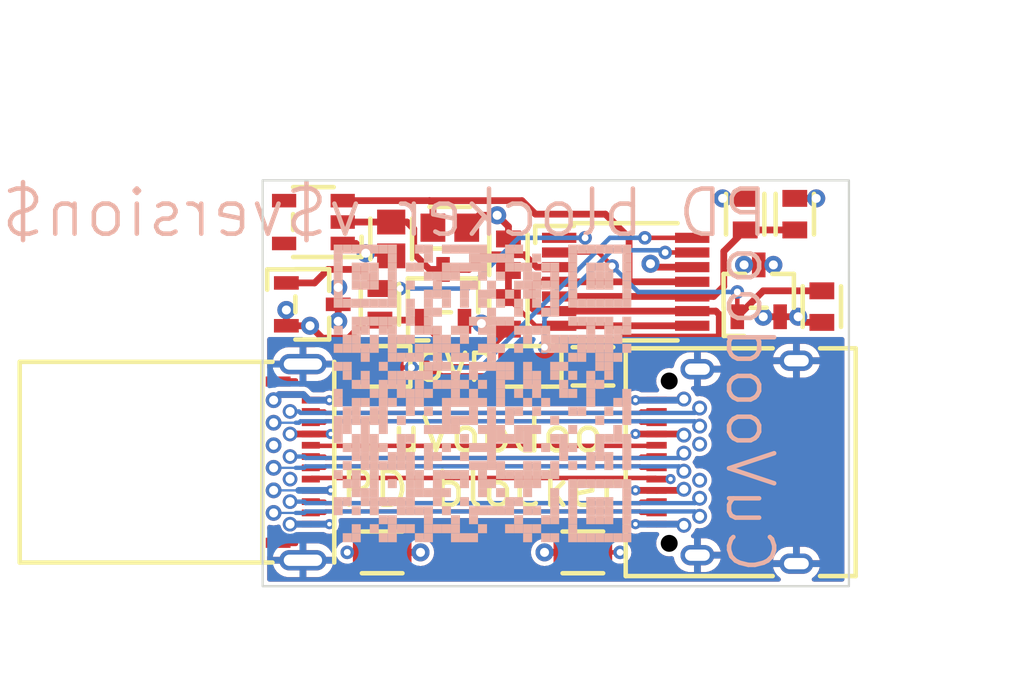
<source format=kicad_pcb>
(kicad_pcb (version 20211014) (generator pcbnew)

  (general
    (thickness 0.96184)
  )

  (paper "A5")
  (title_block
    (title "USB-C Power Delivery blocker")
    (date "$date$")
    (rev "$version$.$revision$")
    (company "CuVoodoo")
    (comment 1 "King Kévin")
    (comment 2 "CERN-OHL-S")
  )

  (layers
    (0 "F.Cu" signal)
    (1 "In1.Cu" signal)
    (2 "In2.Cu" signal)
    (31 "B.Cu" signal)
    (34 "B.Paste" user)
    (35 "F.Paste" user)
    (36 "B.SilkS" user "B.Silkscreen")
    (37 "F.SilkS" user "F.Silkscreen")
    (38 "B.Mask" user)
    (39 "F.Mask" user)
    (40 "Dwgs.User" user "User.Drawings")
    (41 "Cmts.User" user "User.Comments")
    (44 "Edge.Cuts" user)
    (45 "Margin" user)
    (46 "B.CrtYd" user "B.Courtyard")
    (47 "F.CrtYd" user "F.Courtyard")
    (48 "B.Fab" user)
    (49 "F.Fab" user)
  )

  (setup
    (stackup
      (layer "F.SilkS" (type "Top Silk Screen"))
      (layer "F.Paste" (type "Top Solder Paste"))
      (layer "F.Mask" (type "Top Solder Mask") (thickness 0.02032))
      (layer "F.Cu" (type "copper") (thickness 0.035))
      (layer "dielectric 1" (type "core") (thickness 0.2104) (material "FR4") (epsilon_r 4.6) (loss_tangent 0.02))
      (layer "In1.Cu" (type "copper") (thickness 0.0152))
      (layer "dielectric 2" (type "prepreg") (thickness 0.4) (material "FR4") (epsilon_r 4.6) (loss_tangent 0.02))
      (layer "In2.Cu" (type "copper") (thickness 0.0152))
      (layer "dielectric 3" (type "core") (thickness 0.2104) (material "FR4") (epsilon_r 4.6) (loss_tangent 0.02))
      (layer "B.Cu" (type "copper") (thickness 0.035))
      (layer "B.Mask" (type "Bottom Solder Mask") (thickness 0.02032))
      (layer "B.Paste" (type "Bottom Solder Paste"))
      (layer "B.SilkS" (type "Bottom Silk Screen"))
      (copper_finish "None")
      (dielectric_constraints yes)
    )
    (pad_to_mask_clearance 0)
    (grid_origin 81.3 57)
    (pcbplotparams
      (layerselection 0x00010fc_ffffffff)
      (disableapertmacros false)
      (usegerberextensions false)
      (usegerberattributes true)
      (usegerberadvancedattributes true)
      (creategerberjobfile true)
      (svguseinch false)
      (svgprecision 6)
      (excludeedgelayer true)
      (plotframeref false)
      (viasonmask false)
      (mode 1)
      (useauxorigin false)
      (hpglpennumber 1)
      (hpglpenspeed 20)
      (hpglpendiameter 15.000000)
      (dxfpolygonmode true)
      (dxfimperialunits true)
      (dxfusepcbnewfont true)
      (psnegative false)
      (psa4output false)
      (plotreference true)
      (plotvalue true)
      (plotinvisibletext false)
      (sketchpadsonfab false)
      (subtractmaskfromsilk false)
      (outputformat 1)
      (mirror false)
      (drillshape 1)
      (scaleselection 1)
      (outputdirectory "")
    )
  )

  (net 0 "")
  (net 1 "/CC1")
  (net 2 "GND")
  (net 3 "/CC2")
  (net 4 "VCC")
  (net 5 "/VREF")
  (net 6 "/VBUS1")
  (net 7 "/VBUS2")
  (net 8 "Net-(D2-Pad1)")
  (net 9 "Net-(D2-Pad2)")
  (net 10 "Net-(D3-Pad1)")
  (net 11 "/TX1+")
  (net 12 "/TX1-")
  (net 13 "/DA+")
  (net 14 "/DA-")
  (net 15 "/SBU1")
  (net 16 "/RX2-")
  (net 17 "/RX2+")
  (net 18 "/TX2+")
  (net 19 "/TX2-")
  (net 20 "/DB+")
  (net 21 "/DB-")
  (net 22 "/SBU2")
  (net 23 "/RX1-")
  (net 24 "/RX1+")
  (net 25 "GNDPWR")
  (net 26 "Net-(Q1-Pad1)")
  (net 27 "/VBUS")
  (net 28 "Net-(Q2-Pad1)")
  (net 29 "/VOVER1")
  (net 30 "/VOVER2")

  (footprint "qeda:SOP65P640X120-14N" (layer "F.Cu") (at 97.4 61.5))

  (footprint "qeda:UC1608X55N" (layer "F.Cu") (at 86.5 62.5))

  (footprint "qeda:LEDC1608X90N" (layer "F.Cu") (at 93 65.25 -90))

  (footprint "qeda:UC1608X55N" (layer "F.Cu") (at 106.1 62.6))

  (footprint "qeda:CONNECTOR_XKB_U261-24XN-4BC2LS" (layer "F.Cu") (at 77.5 69.5 -90))

  (footprint "qeda:LEDC1608X90N" (layer "F.Cu") (at 86.3 65.25 -90))

  (footprint "kikit:Tab" (layer "F.Cu") (at 91.1 56.7 -90))

  (footprint "qeda:CAPC1608X92N" (layer "F.Cu") (at 86.6 73.5 -90))

  (footprint "kikit:Tab" (layer "F.Cu") (at 91.1 75.4 90))

  (footprint "qeda:UC1608X55N" (layer "F.Cu") (at 104.9 58.5 180))

  (footprint "qeda:CONNECTOR_XKB_U262-24XN-4BV60" (layer "F.Cu") (at 102.5 69.5 90))

  (footprint "qeda:SOT95P237X112-3N" (layer "F.Cu") (at 89.3 62.1 90))

  (footprint "qeda:CAPC1608X92N" (layer "F.Cu") (at 89.6 59.1 -90))

  (footprint "qeda:UC1608X55N" (layer "F.Cu") (at 102.7 58.5))

  (footprint "qeda:UC1608X55N" (layer "F.Cu") (at 95.95 65.25 90))

  (footprint "qeda:UC1608X55N" (layer "F.Cu") (at 92.2 60.3))

  (footprint "qeda:SOT95P237X112-3N" (layer "F.Cu") (at 103.3 61.9 90))

  (footprint "qeda:CAPC1608X92N" (layer "F.Cu") (at 87 59.6))

  (footprint "qeda:CAPC1608X92N" (layer "F.Cu") (at 95.5 73.5 -90))

  (footprint "qeda:SOT95P237X112-3N" (layer "F.Cu") (at 83.5 62.5))

  (footprint "qeda:SOT95P280X145-5N" (layer "F.Cu") (at 83.55 58.85 180))

  (footprint "qeda:UC1608X55N" (layer "F.Cu") (at 92.2 62.9))

  (footprint "custom:qr" (layer "B.Cu") (at 91.05 66.45 180))

  (gr_rect (start 81.3 75) (end 107.3 57) (layer "Edge.Cuts") (width 0.1) (fill none) (tstamp b6b14f1e-5f20-4d8e-a54d-bab67c880c72))
  (gr_text "CuVoodoo" (at 102.9 67.15 270) (layer "B.SilkS") (tstamp 4e64fbc3-5cb2-48d0-b074-79cc01bff880)
    (effects (font (size 2 2) (thickness 0.2)) (justify mirror))
  )
  (gr_text "PD blocker v$version$" (at 103.85 58.45) (layer "B.SilkS") (tstamp f8eec7fc-e87b-4518-a2d3-dc36cb46ed65)
    (effects (font (size 2 2) (thickness 0.2)) (justify left mirror))
  )
  (gr_text "OVP" (at 89.85 65.3) (layer "F.SilkS") (tstamp 120a67f1-4fcf-4887-b2a0-b7b1abe273bd)
    (effects (font (size 1.2 1.2) (thickness 0.2)))
  )
  (gr_text "CuVoodoo\nPD blocker" (at 90.95 69.5) (layer "F.SilkS") (tstamp 9517687d-1a17-4aa5-b6ff-e92bc00f5b48)
    (effects (font (size 1.5 1.5) (thickness 0.2)))
  )
  (dimension (type aligned) (layer "Dwgs.User") (tstamp 71f740e2-d0da-478a-b3b5-66524c65b80d)
    (pts (xy 107.3 57) (xy 107.3 75))
    (height -4)
    (gr_text "18.0000 mm" (at 110.15 66 90) (layer "Dwgs.User") (tstamp 71f740e2-d0da-478a-b3b5-66524c65b80d)
      (effects (font (size 1 1) (thickness 0.15)))
    )
    (format (units 3) (units_format 1) (precision 4))
    (style (thickness 0.15) (arrow_length 1.27) (text_position_mode 0) (extension_height 0.58642) (extension_offset 0.5) keep_text_aligned)
  )
  (dimension (type aligned) (layer "Dwgs.User") (tstamp e39e8128-837c-4181-8bfd-9a0188807dee)
    (pts (xy 81.3 57) (xy 107.3 57))
    (height -6)
    (gr_text "26.0000 mm" (at 94.3 49.85) (layer "Dwgs.User") (tstamp e39e8128-837c-4181-8bfd-9a0188807dee)
      (effects (font (size 1 1) (thickness 0.15)))
    )
    (format (units 3) (units_format 1) (precision 4))
    (style (thickness 0.15) (arrow_length 1.27) (text_position_mode 0) (extension_height 0.58642) (extension_offset 0.5) keep_text_aligned)
  )

  (segment (start 97.15 73.5) (end 96.25 73.5) (width 0.2) (layer "F.Cu") (net 1) (tstamp 2091e024-79ca-4b2f-a7a7-61604bc37964))
  (segment (start 83.485 70.2) (end 98.72 70.2) (width 0.2) (layer "F.Cu") (net 1) (tstamp 2e486214-47f9-44d6-8d7b-7cf8677c45c8))
  (segment (start 83.435 70.25) (end 83.485 70.2) (width 0.2) (layer "F.Cu") (net 1) (tstamp b2fd4d1b-5ccd-4821-b518-a425fa85b81a))
  (segment (start 98.77 70.25) (end 99.388785 70.25) (width 0.2) (layer "F.Cu") (net 1) (tstamp f688f5fb-34cb-47e6-82a5-dd3f1c28d1e8))
  (segment (start 98.72 70.2) (end 98.77 70.25) (width 0.2) (layer "F.Cu") (net 1) (tstamp f7934fa5-7cc7-4995-a786-06fc63afb187))
  (via (at 99.388785 70.25) (size 0.45) (drill 0.2) (layers "F.Cu" "B.Cu") (remove_unused_layers) (keep_end_layers) (net 1) (tstamp 4fba1494-16fb-4f50-b6ea-d37589f52a00))
  (via (at 97.15 73.5) (size 0.6) (drill 0.3) (layers "F.Cu" "B.Cu") (net 1) (tstamp b0f42081-7d47-45b1-a159-c950fb022c66))
  (segment (start 97.85 73.5) (end 97.15 73.5) (width 0.2) (layer "In2.Cu") (net 1) (tstamp 05ee0b36-2c93-4a85-8ead-e60593ce7e09))
  (segment (start 99.388785 70.25) (end 99.388785 71.961215) (width 0.2) (layer "In2.Cu") (net 1) (tstamp 57f79222-303b-4959-8846-27a46656721e))
  (segment (start 99.388785 71.961215) (end 97.85 73.5) (width 0.2) (layer "In2.Cu") (net 1) (tstamp b3975898-b71c-4065-bcc8-393112caeae5))
  (segment (start 97.833713 72.25) (end 97.832166 72.248453) (width 0.3) (layer "F.Cu") (net 2) (tstamp 011382ef-c835-477e-97fa-9f734b2957c4))
  (segment (start 87.35 73.5) (end 88.3 73.5) (width 0.3) (layer "F.Cu") (net 2) (tstamp 07718b06-8a09-44b1-9049-c509a53d306b))
  (segment (start 84.258428 66.75) (end 84.259513 66.751085) (width 0.3) (layer "F.Cu") (net 2) (tstamp 097f3715-3214-4e09-b482-59143e181c89))
  (segment (start 84.85 59.8) (end 85.436774 59.8) (width 0.3) (layer "F.Cu") (net 2) (tstamp 2366cbdf-d0d8-4071-8b46-098c7bff61d2))
  (segment (start 83.35 66.75) (end 83.1 66.5) (width 0.3) (layer "F.Cu") (net 2) (tstamp 29b4fc77-7a0c-456b-a0d0-3e98ba26b458))
  (segment (start 86.883643 60.233643) (end 87 60.35) (width 0.3) (layer "F.Cu") (net 2) (tstamp 338bb1ba-bbfa-42c2-b2fa-1446c84a2899))
  (segment (start 83.435 66.75) (end 83.35 66.75) (width 0.3) (layer "F.Cu") (net 2) (tstamp 38989016-6376-487b-8260-5cd8204cc325))
  (segment (start 98.77 66.75) (end 99.93 66.75) (width 0.3) (layer "F.Cu") (net 2) (tstamp 3e2a8e25-3e60-4e15-b9c4-f51ed1734194))
  (segment (start 85.870417 60.233643) (end 86.883643 60.233643) (width 0.3) (layer "F.Cu") (net 2) (tstamp 4657527c-d618-4a10-bf3c-418d12e058f4))
  (segment (start 94.75 73.5) (end 93.8 73.5) (width 0.3) (layer "F.Cu") (net 2) (tstamp 47ac44bc-538b-4e0a-9ec0-1303e055c832))
  (segment (start 99.93 72.25) (end 99.98 72.3) (width 0.3) (layer "F.Cu") (net 2) (tstamp 49529ab3-6263-4921-96a5-5f68517638ce))
  (segment (start 92.2 59.0495) (end 92.2 59.6) (width 0.3) (layer "F.Cu") (net 2) (tstamp 4baf1877-125e-4bfb-ae93-0f8bcef94b45))
  (segment (start 85.436774 59.8) (end 85.870417 60.233643) (width 0.3) (layer "F.Cu") (net 2) (tstamp 4f0315a4-f3bc-44ed-b092-eb410c8f1b13))
  (segment (start 98.5 60.7) (end 98.65 60.85) (width 0.3) (layer "F.Cu") (net 2) (tstamp 60f8e145-8e3b-471e-83b8-e73f1b452893))
  (segment (start 83.435 72.25) (end 82.515 72.25) (width 0.3) (layer "F.Cu") (net 2) (tstamp 62ed0960-bc3a-4bdc-bd62-41d966f7a312))
  (segment (start 83.435 72.25) (end 84.258342 72.25) (width 0.3) (layer "F.Cu") (net 2) (tstamp 74418b42-5213-4b96-bb35-10757d27d943))
  (segment (start 99.93 66.75) (end 99.98 66.7) (width 0.3) (layer "F.Cu") (net 2) (tstamp 77aad126-c172-43cb-9d75-a07b6938275d))
  (segment (start 98.77 66.75) (end 97.833713 66.75) (width 0.3) (layer "F.Cu") (net 2) (tstamp 7ce61585-755e-4a21-a8c7-b64dac374c6d))
  (segment (start 83.1 66.5) (end 82.035 66.5) (width 0.3) (layer "F.Cu") (net 2) (tstamp 7edea2ba-b0bd-4c48-bd2f-e84b539b4a04))
  (segment (start 97.833713 66.75) (end 97.832166 66.751547) (width 0.3) (layer "F.Cu") (net 2) (tstamp 83e28b74-a29c-4a2b-956f-3642aa213062))
  (segment (start 102.7 57.8) (end 101.7 57.8) (width 0.3) (layer "F.Cu") (net 2) (tstamp 895df38b-14e3-4bf9-922e-5ad402081be4))
  (segment (start 98.77 72.25) (end 99.93 72.25) (width 0.3) (layer "F.Cu") (net 2) (tstamp 8a05099d-b27e-4e55-8028-d0fe40c1723e))
  (segment (start 91.7 58.5495) (end 90.9005 58.5495) (width 0.3) (layer "F.Cu") (net 2) (tstamp a4bcfeb1-53c7-47b9-bfc6-de6f1585de7e))
  (segment (start 82.035 66.5) (end 81.785 66.75) (width 0.3) (layer "F.Cu") (net 2) (tstamp aba0e2ab-0786-4dc5-ac5f-8e30f79e5e1e))
  (segment (start 91.7 58.5495) (end 92.2 59.0495) (width 0.3) (layer "F.Cu") (net 2) (tstamp ad62de74-403e-4c6b-b4e7-b438b25b74d3))
  (segment (start 83.435 66.75) (end 84.258428 66.75) (width 0.3) (layer "F.Cu") (net 2) (tstamp b655590a-2785-4e46-b4ad-202a5aa25a95))
  (segment (start 98.77 72.25) (end 97.833713 72.25) (width 0.3) (layer "F.Cu") (net 2) (tstamp cc05d9fd-9bd3-401e-b44f-798b85f0ded8))
  (segment (start 90.9005 58.5495) (end 90.35 59.1) (width 0.3) (layer "F.Cu") (net 2) (tstamp e64529e5-1dc3-4a61-a823-c76618d02b31))
  (segment (start 98.65 60.85) (end 100.35 60.85) (width 0.3) (layer "F.Cu") (net 2) (tstamp e73eb76b-c95d-416c-a095-492c36de30c6))
  (segment (start 84.258342 72.25) (end 84.259904 72.248438) (width 0.3) (layer "F.Cu") (net 2) (tstamp f4ac6110-3902-4990-8428-70247cc492ee))
  (via (at 84.259513 66.751085) (size 0.45) (drill 0.2) (layers "F.Cu" "B.Cu") (remove_unused_layers) (keep_end_layers) (net 2) (tstamp 0d06638a-5c9f-4483-9224-aee1d3f2b8dd))
  (via (at 93.8 73.5) (size 0.8) (drill 0.4) (layers "F.Cu" "B.Cu") (remove_unused_layers) (keep_end_layers) (net 2) (tstamp 266b027c-3100-4cb1-b5a2-cbfacd9f368c))
  (via (at 88.3 73.5) (size 0.8) (drill 0.4) (layers "F.Cu" "B.Cu") (remove_unused_layers) (keep_end_layers) (net 2) (tstamp 29527bb2-a127-4ac5-85a1-220d10619ec6))
  (via (at 98.5 60.7) (size 0.8) (drill 0.4) (layers "F.Cu" "B.Cu") (net 2) (tstamp 3f387f7c-51da-46ef-a609-6dc44fd29a23))
  (via (at 91.7 58.5495) (size 0.8) (drill 0.4) (layers "F.Cu" "B.Cu") (net 2) (tstamp 5fd586cc-4f45-4e34-984c-2512154fd96c))
  (via (at 101.7 57.8) (size 0.8) (drill 0.4) (layers "F.Cu" "B.Cu") (net 2) (tstamp 7d002273-a684-426e-91d2-56a9984716ff))
  (via (at 97.832166 66.751547) (size 0.45) (drill 0.2) (layers "F.Cu" "B.Cu") (remove_unused_layers) (keep_end_layers) (net 2) (tstamp ad5de103-a2e8-43bb-8002-39bd042e38bf))
  (via (at 85.870417 60.233643) (size 0.8) (drill 0.4) (layers "F.Cu" "B.Cu") (net 2) (tstamp cc83094f-ee34-4a37-ab12-f86668e1297b))
  (via (at 84.259904 72.248438) (size 0.45) (drill 0.2) (layers "F.Cu" "B.Cu") (remove_unused_layers) (keep_end_layers) (net 2) (tstamp d93e4ed6-de35-4fb0-b35a-10c8907fe4e1))
  (via (at 97.832166 72.248453) (size 0.45) (drill 0.2) (layers "F.Cu" "B.Cu") (remove_unused_layers) (keep_end_layers) (net 2) (tstamp f245a67d-a80c-4734-8ca3-5d946a7c6c9c))
  (segment (start 83.351085 66.751085) (end 83.1 66.5) (width 0.3) (layer "B.Cu") (net 2) (tstamp 040d59a3-69a1-4a8d-8c7d-b02fc511f9e7))
  (segment (start 83.1 66.5) (end 82.035 66.5) (width 0.3) (layer "B.Cu") (net 2) (tstamp 1bc1063d-8cb1-4f08-8d2c-91e43f66e8e3))
  (segment (start 97.832166 72.248453) (end 99.928453 72.248453) (width 0.3) (layer "B.Cu") (net 2) (tstamp 2282486b-d88c-4d3c-912e-a1c489737f1c))
  (segment (start 82.035 66.5) (end 81.785 66.75) (width 0.3) (layer "B.Cu") (net 2) (tstamp 2c639fa6-067b-4771-a3b7-3b0cd3c97bed))
  (segment (start 97.832166 66.751547) (end 99.928453 66.751547) (width 0.3) (layer "B.Cu") (net 2) (tstamp 48873ce0-ee22-4dc2-aa40-fdfca3cccc51))
  (segment (start 84.259904 72.248438) (end 82.516562 72.248438) (width 0.3) (layer "B.Cu") (net 2) (tstamp 737180ed-e4fe-4a9d-a925-8c21ad169437))
  (segment (start 99.928453 72.248453) (end 99.98 72.3) (width 0.3) (layer "B.Cu") (net 2) (tstamp 7bc91f44-fac0-407f-bdc5-0de5e5113ff4))
  (segment (start 82.516562 72.248438) (end 82.515 72.25) (width 0.3) (layer "B.Cu") (net 2) (tstamp 9590fe0c-b2bc-4384-937b-71a53ea010ab))
  (segment (start 84.259513 66.751085) (end 83.351085 66.751085) (width 0.3) (layer "B.Cu") (net 2) (tstamp d10108f2-153b-4c25-b798-01ea81feac90))
  (segment (start 99.928453 66.751547) (end 99.98 66.7) (width 0.3) (layer "B.Cu") (net 2) (tstamp e59f2045-6ba3-4b81-994b-c90da8c102c1))
  (segment (start 85.05 73.5) (end 85.85 73.5) (width 0.2) (layer "F.Cu") (net 3) (tstamp 4fff197b-5235-47ae-9e64-1d459fc397a1))
  (via (at 85.05 73.5) (size 0.6) (drill 0.3) (layers "F.Cu" "B.Cu") (net 3) (tstamp 495aa911-4495-4ac9-8178-31bd5f8a6b79))
  (segment (start 88.6 74.2) (end 89.3 73.5) (width 0.2) (layer "In1.Cu") (net 3) (tstamp 26950dd6-7390-4061-93d9-a3d0411918aa))
  (segment (start 89.3 73.5) (end 92.8 73.5) (width 0.2) (layer "In1.Cu") (net 3) (tstamp 556454f5-2a5f-424d-8762-124a22fc6f00))
  (segment (start 101.75 69.05) (end 101.4 68.7) (width 0.2) (layer "In1.Cu") (net 3) (tstamp 63e50a91-ac96-4d4a-868c-726e5cb89f9c))
  (segment (start 101.4 68.7) (end 100.68 68.7) (width 0.2) (layer "In1.Cu") (net 3) (tstamp 7068bfd2-34a3-48aa-b690-3f987fbb0f04))
  (segment (start 85.05 73.5) (end 85.75 74.2) (width 0.2) (layer "In1.Cu") (net 3) (tstamp 7a5b0248-d44b-4e1f-898b-a72156383cc2))
  (segment (start 93.5 74.2) (end 101.4 74.2) (width 0.2) (layer "In1.Cu") (net 3) (tstamp 7edf60f2-ead5-4ac7-abea-600ea9967f9a))
  (segment (start 101.4 74.2) (end 101.75 73.85) (width 0.2) (layer "In1.Cu") (net 3) (tstamp 8e39a22e-7d7b-4891-a427-1b2fc44a7d09))
  (segment (start 85.75 74.2) (end 88.6 74.2) (width 0.2) (layer "In1.Cu") (net 3) (tstamp a1bf95b9-1232-4c4e-8d0b-be0f3a9469e4))
  (segment (start 92.8 73.5) (end 93.5 74.2) (width 0.2) (layer "In1.Cu") (net 3) (tstamp bfe044ee-dcdb-4fb9-a06e-159ecd7b93cc))
  (segment (start 101.75 73.85) (end 101.75 69.05) (width 0.2) (layer "In1.Cu") (net 3) (tstamp cbe00029-ffc0-453c-b22e-eeb6d88086c6))
  (segment (start 81.785 68.75) (end 82.85 68.75) (width 0.1) (layer "In2.Cu") (net 3) (tstamp 1b7559a0-8029-472c-bb6d-69bc0547b45f))
  (segment (start 83.7 69.6) (end 82.85 68.75) (width 0.2) (layer "In2.Cu") (net 3) (tstamp 31bf0109-96a7-476f-a7b6-29101d6f6072))
  (segment (start 83.965686 72.7) (end 83.7 72.434314) (width 0.2) (layer "In2.Cu") (net 3) (tstamp 6ad0333d-37d8-481f-a641-d54816eef373))
  (segment (start 83.7 72.434314) (end 83.7 69.6) (width 0.2) (layer "In2.Cu") (net 3) (tstamp 7ee4cd0d-7428-4041-9380-732562d90f67))
  (segment (start 85.05 73.5) (end 84.25 72.7) (width 0.2) (layer "In2.Cu") (net 3) (tstamp d6cd2f77-d811-466b-a420-7179b4bfb12b))
  (segment (start 84.25 72.7) (end 83.965686 72.7) (width 0.2) (layer "In2.Cu") (net 3) (tstamp fd21309d-ea57-464e-9791-858e506729f3))
  (segment (start 88 60.25) (end 88 59.15) (width 0.3) (layer "F.Cu") (net 4) (tstamp 013508aa-e0c3-455d-8e64-29a041942c1a))
  (segment (start 92.9 60.3) (end 91.1 60.3) (width 0.3) (layer "F.Cu") (net 4) (tstamp 193786f1-07fa-4191-a2c1-42a9ae9fdf42))
  (segment (start 94.45 60.85) (end 93.45 60.85) (width 0.3) (layer "F.Cu") (net 4) (tstamp 194f1877-57d2-4055-8123-23ff789fc868))
  (segment (start 87.7 58.85) (end 87 58.85) (width 0.3) (layer "F.Cu") (net 4) (tstamp 3d73cff5-c7ac-4a4d-b1b2-c2709dd2b9ee))
  (segment (start 88 59.15) (end 87.7 58.85) (width 0.3) (layer "F.Cu") (net 4) (tstamp 611edd59-38c2-4fad-b728-cda761a0221a))
  (segment (start 91.1 60.3) (end 90.45 60.95) (width 0.3) (layer "F.Cu") (net 4) (tstamp 624031eb-b193-499d-91d6-78a29a1f9a22))
  (segment (start 90.45 60.95) (end 88.7 60.95) (width 0.3) (layer "F.Cu") (net 4) (tstamp 701e7c07-d609-4750-842b-d2790e2587db))
  (segment (start 84.85 58.85) (end 87 58.85) (width 0.3) (layer "F.Cu") (net 4) (tstamp b8d1a9d2-c411-4062-aa1a-f9fe44004330))
  (segment (start 88.7 60.95) (end 88 60.25) (width 0.3) (layer "F.Cu") (net 4) (tstamp bef504e4-23f0-45db-b0ee-c7ca57f73928))
  (segment (start 93.45 60.85) (end 92.9 60.3) (width 0.3) (layer "F.Cu") (net 4) (tstamp cae41bc8-ad75-45e4-9247-301a2ff932e7))
  (segment (start 97.3 63.95) (end 101.55 63.95) (width 0.3) (layer "F.Cu") (net 5) (tstamp 0092afae-1370-4ada-b71f-ca3e7eaf70a8))
  (segment (start 94.45 61.5) (end 97.55 61.5) (width 0.3) (layer "F.Cu") (net 5) (tstamp 18277026-9c11-4e51-be0a-0945a7a8b781))
  (segment (start 96.65 64.6) (end 97.3 63.95) (width 0.3) (layer "F.Cu") (net 5) (tstamp 199c4da7-5b7e-48ce-a6ee-0ea1e695fcb4))
  (segment (start 88.7 57.9) (end 92.8 57.9) (width 0.3) (layer "F.Cu") (net 5) (tstamp 1bbab805-fcac-4146-a0be-7ecae7610620))
  (segment (start 94.45 61.5) (end 93.45 61.5) (width 0.3) (layer "F.Cu") (net 5) (tstamp 1d3eb037-1233-42ad-9aa9-b77c8c85b480))
  (segment (start 101.55 63.95) (end 101.55 62.95) (width 0.3) (layer "F.Cu") (net 5) (tstamp 386bf865-d47f-48db-8fb9-1c84a211d672))
  (segment (start 88.85 58.05) (end 88.7 57.9) (width 0.3) (layer "F.Cu") (net 5) (tstamp 3f949dae-1a55-4372-a76f-5635be2060c2))
  (segment (start 93.3875 62.8) (end 93.25 62.6625) (width 0.3) (layer "F.Cu") (net 5) (tstamp 462b43d4-c3ff-4eb7-85d7-15288f04e6d8))
  (segment (start 93.25 62.6625) (end 93.25 61.7) (width 0.3) (layer "F.Cu") (net 5) (tstamp 56a3ed82-209c-4d39-84dd-ac130a33b8f5))
  (segment (start 94.45 62.8) (end 93.3875 62.8) (width 0.3) (layer "F.Cu") (net 5) (tstamp 5f2c5387-e835-48f1-b47a-429920ddf896))
  (segment (start 92.8 57.9) (end 93.4 58.5) (width 0.3) (layer "F.Cu") (net 5) (tstamp 75a38c01-a7b2-4345-a28d-a53eb01adba0))
  (segment (start 101.4 62.8) (end 100.35 62.8) (width 0.3) (layer "F.Cu") (net 5) (tstamp 77cbb48c-9454-4285-b153-4df163cf31f2))
  (segment (start 96.5 58.5) (end 97.55 59.55) (width 0.3) (layer "F.Cu") (net 5) (tstamp 8c328862-23dd-4b8e-befa-5b71e5654680))
  (segment (start 88.85 59.2) (end 88.85 58.05) (width 0.3) (layer "F.Cu") (net 5) (tstamp 95b960b8-805b-4413-afc6-f8c13e8d86c1))
  (segment (start 93.4 58.5) (end 96.5 58.5) (width 0.3) (layer "F.Cu") (net 5) (tstamp a2b8bfa4-9981-4ac5-92d5-5bb26bc5b7c9))
  (segment (start 94.45 62.8) (end 100.35 62.8) (width 0.3) (layer "F.Cu") (net 5) (tstamp a853928a-b5e1-43bd-978d-d1dd31e48a00))
  (segment (start 93.45 61.5) (end 93.25 61.7) (width 0.3) (layer "F.Cu") (net 5) (tstamp ad28216b-03b6-43d7-9170-36390604d9fa))
  (segment (start 96.65 65.25) (end 96.65 64.6) (width 0.3) (layer "F.Cu") (net 5) (tstamp b1690ba1-f327-4225-8813-39c2c9c17da6))
  (segment (start 97.55 59.55) (end 97.55 61.5) (width 0.3) (layer "F.Cu") (net 5) (tstamp b26092eb-5760-4f91-bd9f-1168c318dcf3))
  (segment (start 97.55 61.5) (end 100.35 61.5) (width 0.3) (layer "F.Cu") (net 5) (tstamp c45267ed-5596-4ace-92d6-b66592355307))
  (segment (start 101.55 62.95) (end 101.4 62.8) (width 0.3) (layer "F.Cu") (net 5) (tstamp c5c85d2b-7f2c-4e83-be6a-7beb199e3116))
  (segment (start 84.85 57.9) (end 88.7 57.9) (width 0.3) (layer "F.Cu") (net 5) (tstamp e6dbc5ae-a23c-4736-93b0-7eeea5736ef2))
  (segment (start 84.321594 68.25) (end 84.322064 68.25047) (width 0.3) (layer "F.Cu") (net 6) (tstamp 088a583b-4fc8-4da2-bf65-5fa168518bd7))
  (segment (start 83.95 64) (end 83.4 63.45) (width 0.3) (layer "F.Cu") (net 6) (tstamp 0dc4e2b2-d7f2-40ee-bb91-ddb8252291ea))
  (segment (start 83.435 68.25) (end 82.515 68.25) (width 0.3) (layer "F.Cu") (net 6) (tstamp 3ac5b1f1-c84d-4dd5-b651-c7633967bb99))
  (segment (start 91.55 64.25) (end 89.35 64.25) (width 0.3) (layer "F.Cu") (net 6) (tstamp 3b5d69ed-e1bc-4bd2-9ae5-eb794f16a190))
  (segment (start 92.2 63.6) (end 91.55 64.25) (width 0.3) (layer "F.Cu") (net 6) (tstamp 40a7060a-5853-4722-8564-655166d748d7))
  (segment (start 85.9 63.2) (end 85.1 64) (width 0.3) (layer "F.Cu") (net 6) (tstamp 4476f97e-ec63-4332-bcaa-f70deafcdd76))
  (segment (start 85.1 64) (end 83.95 64) (width 0.3) (layer "F.Cu") (net 6) (tstamp 47ba2487-c2b6-43bb-8e91-04da38bebd0c))
  (segment (start 82.35 63.45) (end 83.4 63.45) (width 0.3) (layer "F.Cu") (net 6) (tstamp 590af7db-65d4-47cc-8a8e-e47f6c8d1e47))
  (segment (start 83.435 68.25) (end 84.321594 68.25) (width 0.3) (layer "F.Cu") (net 6) (tstamp 5d4c8a2b-0695-47eb-9384-6d8eb3eacd7b))
  (segment (start 88.3 63.2) (end 86.5 63.2) (width 0.3) (layer "F.Cu") (net 6) (tstamp 7c6d2995-cd82-4131-badf-fab414167e9a))
  (segment (start 86.5 63.2) (end 85.9 63.2) (width 0.3) (layer "F.Cu") (net 6) (tstamp 8082483f-2e4f-485f-81b7-4df6db9eebb8))
  (segment (start 82.35 63.45) (end 82.35 62.75) (width 0.3) (layer "F.Cu") (net 6) (tstamp 86e2fffd-3875-407e-a729-5273b2880ac1))
  (segment (start 84.32 70.75) (end 83.435 70.75) (width 0.3) (layer "F.Cu") (net 6) (tstamp 8ba164cf-6a07-4850-b7a3-20f311199aab))
  (segment (start 89.35 64.25) (end 88.3 63.2) (width 0.3) (layer "F.Cu") (net 6) (tstamp f1d5d25b-99b7-4780-b05e-1745c1002af9))
  (via (at 84.322064 68.25047) (size 0.45) (drill 0.2) (layers "F.Cu" "B.Cu") (net 6) (tstamp 0245214c-87a1-45df-bbc7-b1000d1b166e))
  (via (at 83.4 63.45) (size 0.8) (drill 0.4) (layers "F.Cu" "B.Cu") (net 6) (tstamp 6d5adad3-45ec-4c7e-a87f-79a6165b986c))
  (via (at 82.35 62.75) (size 0.8) (drill 0.4) (layers "F.Cu" "B.Cu") (net 6) (tstamp 8cf603ca-1c5f-4598-9589-bb2f65fb0297))
  (via (at 84.32 70.75) (size 0.45) (drill 0.2) (layers "F.Cu" "B.Cu") (net 6) (tstamp 91eaf3de-9c92-439a-9c36-20eb672815e3))
  (segment (start 81.785 70.75) (end 82.96 70.75) (width 0.1) (layer "In1.Cu") (net 6) (tstamp 45125429-9392-40d5-a197-bec1e47c489d))
  (segment (start 84.32 70.75) (end 82.96 70.75) (width 0.3) (layer "In1.Cu") (net 6) (tstamp ca5df83e-0a14-42bf-85ef-4f185a22444a))
  (segment (start 84.32 68.252534) (end 84.322064 68.25047) (width 0.3) (layer "In2.Cu") (net 6) (tstamp 33802573-86f8-4df3-ac86-7f96d9f186e3))
  (segment (start 84.32 70.75) (end 84.32 68.252534) (width 0.3) (layer "In2.Cu") (net 6) (tstamp 3960af46-1433-40c5-b235-ddabb1520396))
  (segment (start 84.322064 68.25047) (end 82.51547 68.25047) (width 0.3) (layer "In2.Cu") (net 6) (tstamp d813f97e-bf9f-4190-8851-704bcbd2174c))
  (segment (start 82.51547 68.25047) (end 82.515 68.25) (width 0.3) (layer "In2.Cu") (net 6) (tstamp fb7219d5-5496-4553-ad2b-b47af7797b28))
  (segment (start 84.32 70.75) (end 82.9 70.75) (width 0.3) (layer "B.Cu") (net 6) (tstamp 10bc2d45-3f17-4830-81fd-4d2457105feb))
  (segment (start 81.785 70.75) (end 82.9 70.75) (width 0.1) (layer "B.Cu") (net 6) (tstamp 63e3d7d9-a6c2-4f85-ab31-90d4cd85d0a1))
  (segment (start 91 63.35) (end 90.25 63.35) (width 0.3) (layer "F.Cu") (net 7) (tstamp 1fe9097a-6267-412d-b146-3bbde7fde86f))
  (segment (start 99.93 68.25) (end 99.98 68.3) (width 0.3) (layer "F.Cu") (net 7) (tstamp 2894eb65-8836-433c-a8f6-9e14013585cc))
  (segment (start 104.25 63.05) (end 103.5 63.05) (width 0.3) (layer "F.Cu") (net 7) (tstamp 3c4694af-34b5-4742-9406-350d77fa3eae))
  (segment (start 104.25 63.05) (end 105.05 63.05) (width 0.3) (layer "F.Cu") (net 7) (tstamp 553a8459-12cb-4346-930d-f6c6f7fd83ac))
  (segment (start 105.3 63.3) (end 105.05 63.05) (width 0.3) (layer "F.Cu") (net 7) (tstamp 8197b436-b515-4fe4-bd0a-03591ad6632e))
  (segment (start 106.1 63.3) (end 105.3 63.3) (width 0.3) (layer "F.Cu") (net 7) (tstamp 857c6eb1-7f4b-4e11-842d-c0acd9e8bf4f))
  (segment (start 97.833713 68.25) (end 97.832166 68.248453) (width 0.3) (layer "F.Cu") (net 7) (tstamp 9e6ce344-11c2-4617-a6e5-0a2dbd9bbbf2))
  (segment (start 98.77 68.25) (end 97.833713 68.25) (width 0.3) (layer "F.Cu") (net 7) (tstamp b91bd2f1-f731-497a-a990-572f04f5ca95))
  (segment (start 97.833713 70.75) (end 97.832166 70.748453) (width 0.3) (layer "F.Cu") (net 7) (tstamp c21ca9aa-861d-4115-8c83-1bff6332b85a))
  (segment (start 98.77 68.25) (end 99.93 68.25) (width 0.3) (layer "F.Cu") (net 7) (tstamp c87a2fd1-9ee9-42c8-b798-9bc9b84a6db5))
  (segment (start 99.93 70.75) (end 99.98 70.7) (width 0.3) (layer "F.Cu") (net 7) (tstamp d04a8acb-b402-49a0-9e74-0a08f46021af))
  (segment (start 104.9 57.8) (end 105.85 57.8) (width 0.3) (layer "F.Cu") (net 7) (tstamp ecd72a7a-02bc-49b8-bb06-32fe16d1b9a9))
  (segment (start 98.77 70.75) (end 99.93 70.75) (width 0.3) (layer "F.Cu") (net 7) (tstamp f5fa132e-90a6-4c1c-98d4-20f0f747459d))
  (segment (start 98.77 70.75) (end 97.833713 70.75) (width 0.3) (layer "F.Cu") (net 7) (tstamp fc9588a6-b6b3-4d24-8e72-faf367dcf0f1))
  (via (at 103.5 63.05) (size 0.8) (drill 0.4) (layers "F.Cu" "B.Cu") (net 7) (tstamp 53d6d4ea-a10e-4ed6-8a0d-fc33e00865ab))
  (via (at 105.85 57.8) (size 0.8) (drill 0.4) (layers "F.Cu" "B.Cu") (remove_unused_layers) (keep_end_layers) (net 7) (tstamp 812bb742-6780-41cc-9c38-ee169b5053b8))
  (via (at 91 63.35) (size 0.8) (drill 0.4) (layers "F.Cu" "B.Cu") (net 7) (tstamp 9f98832b-88dd-41c6-a261-1f112df0173e))
  (via (at 105.05 63.05) (size 0.8) (drill 0.4) (layers "F.Cu" "B.Cu") (net 7) (tstamp bf2b30bd-df47-4f52-bd7e-0f5ccf42d530))
  (via (at 97.832166 70.748453) (size 0.45) (drill 0.2) (layers "F.Cu" "B.Cu") (net 7) (tstamp da143501-f822-45c3-b473-36ec53539fd3))
  (via (at 97.832166 68.248453) (size 0.45) (drill 0.2) (layers "F.Cu" "B.Cu") (net 7) (tstamp dd
... [292237 chars truncated]
</source>
